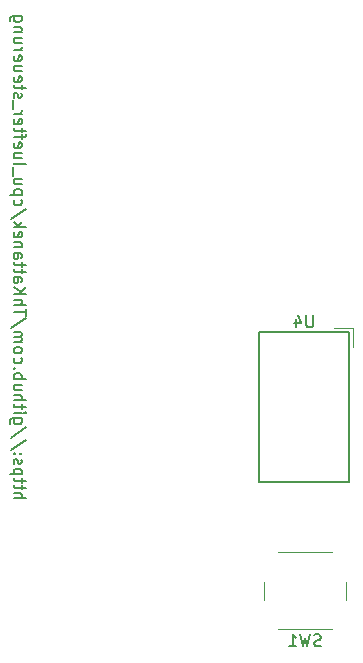
<source format=gbo>
G04 #@! TF.GenerationSoftware,KiCad,Pcbnew,5.1.2-f72e74a~84~ubuntu18.04.1*
G04 #@! TF.CreationDate,2019-06-13T20:11:50+02:00*
G04 #@! TF.ProjectId,cpu_luefter_ansteuerung,6370755f-6c75-4656-9674-65725f616e73,rev?*
G04 #@! TF.SameCoordinates,Original*
G04 #@! TF.FileFunction,Legend,Bot*
G04 #@! TF.FilePolarity,Positive*
%FSLAX46Y46*%
G04 Gerber Fmt 4.6, Leading zero omitted, Abs format (unit mm)*
G04 Created by KiCad (PCBNEW 5.1.2-f72e74a~84~ubuntu18.04.1) date 2019-06-13 20:11:50*
%MOMM*%
%LPD*%
G04 APERTURE LIST*
%ADD10C,0.200000*%
%ADD11C,0.150000*%
%ADD12C,0.120000*%
G04 APERTURE END LIST*
D10*
X103052619Y-125814761D02*
X104052619Y-125814761D01*
X103052619Y-125386190D02*
X103576428Y-125386190D01*
X103671666Y-125433809D01*
X103719285Y-125529047D01*
X103719285Y-125671904D01*
X103671666Y-125767142D01*
X103624047Y-125814761D01*
X103719285Y-125052857D02*
X103719285Y-124671904D01*
X104052619Y-124910000D02*
X103195476Y-124910000D01*
X103100238Y-124862380D01*
X103052619Y-124767142D01*
X103052619Y-124671904D01*
X103719285Y-124481428D02*
X103719285Y-124100476D01*
X104052619Y-124338571D02*
X103195476Y-124338571D01*
X103100238Y-124290952D01*
X103052619Y-124195714D01*
X103052619Y-124100476D01*
X103719285Y-123767142D02*
X102719285Y-123767142D01*
X103671666Y-123767142D02*
X103719285Y-123671904D01*
X103719285Y-123481428D01*
X103671666Y-123386190D01*
X103624047Y-123338571D01*
X103528809Y-123290952D01*
X103243095Y-123290952D01*
X103147857Y-123338571D01*
X103100238Y-123386190D01*
X103052619Y-123481428D01*
X103052619Y-123671904D01*
X103100238Y-123767142D01*
X103100238Y-122910000D02*
X103052619Y-122814761D01*
X103052619Y-122624285D01*
X103100238Y-122529047D01*
X103195476Y-122481428D01*
X103243095Y-122481428D01*
X103338333Y-122529047D01*
X103385952Y-122624285D01*
X103385952Y-122767142D01*
X103433571Y-122862380D01*
X103528809Y-122910000D01*
X103576428Y-122910000D01*
X103671666Y-122862380D01*
X103719285Y-122767142D01*
X103719285Y-122624285D01*
X103671666Y-122529047D01*
X103147857Y-122052857D02*
X103100238Y-122005238D01*
X103052619Y-122052857D01*
X103100238Y-122100476D01*
X103147857Y-122052857D01*
X103052619Y-122052857D01*
X103671666Y-122052857D02*
X103624047Y-122005238D01*
X103576428Y-122052857D01*
X103624047Y-122100476D01*
X103671666Y-122052857D01*
X103576428Y-122052857D01*
X104100238Y-120862380D02*
X102814523Y-121719523D01*
X104100238Y-119814761D02*
X102814523Y-120671904D01*
X103719285Y-119052857D02*
X102909761Y-119052857D01*
X102814523Y-119100476D01*
X102766904Y-119148095D01*
X102719285Y-119243333D01*
X102719285Y-119386190D01*
X102766904Y-119481428D01*
X103100238Y-119052857D02*
X103052619Y-119148095D01*
X103052619Y-119338571D01*
X103100238Y-119433809D01*
X103147857Y-119481428D01*
X103243095Y-119529047D01*
X103528809Y-119529047D01*
X103624047Y-119481428D01*
X103671666Y-119433809D01*
X103719285Y-119338571D01*
X103719285Y-119148095D01*
X103671666Y-119052857D01*
X103052619Y-118576666D02*
X103719285Y-118576666D01*
X104052619Y-118576666D02*
X104005000Y-118624285D01*
X103957380Y-118576666D01*
X104005000Y-118529047D01*
X104052619Y-118576666D01*
X103957380Y-118576666D01*
X103719285Y-118243333D02*
X103719285Y-117862380D01*
X104052619Y-118100476D02*
X103195476Y-118100476D01*
X103100238Y-118052857D01*
X103052619Y-117957619D01*
X103052619Y-117862380D01*
X103052619Y-117529047D02*
X104052619Y-117529047D01*
X103052619Y-117100476D02*
X103576428Y-117100476D01*
X103671666Y-117148095D01*
X103719285Y-117243333D01*
X103719285Y-117386190D01*
X103671666Y-117481428D01*
X103624047Y-117529047D01*
X103719285Y-116195714D02*
X103052619Y-116195714D01*
X103719285Y-116624285D02*
X103195476Y-116624285D01*
X103100238Y-116576666D01*
X103052619Y-116481428D01*
X103052619Y-116338571D01*
X103100238Y-116243333D01*
X103147857Y-116195714D01*
X103052619Y-115719523D02*
X104052619Y-115719523D01*
X103671666Y-115719523D02*
X103719285Y-115624285D01*
X103719285Y-115433809D01*
X103671666Y-115338571D01*
X103624047Y-115290952D01*
X103528809Y-115243333D01*
X103243095Y-115243333D01*
X103147857Y-115290952D01*
X103100238Y-115338571D01*
X103052619Y-115433809D01*
X103052619Y-115624285D01*
X103100238Y-115719523D01*
X103147857Y-114814761D02*
X103100238Y-114767142D01*
X103052619Y-114814761D01*
X103100238Y-114862380D01*
X103147857Y-114814761D01*
X103052619Y-114814761D01*
X103100238Y-113910000D02*
X103052619Y-114005238D01*
X103052619Y-114195714D01*
X103100238Y-114290952D01*
X103147857Y-114338571D01*
X103243095Y-114386190D01*
X103528809Y-114386190D01*
X103624047Y-114338571D01*
X103671666Y-114290952D01*
X103719285Y-114195714D01*
X103719285Y-114005238D01*
X103671666Y-113910000D01*
X103052619Y-113338571D02*
X103100238Y-113433809D01*
X103147857Y-113481428D01*
X103243095Y-113529047D01*
X103528809Y-113529047D01*
X103624047Y-113481428D01*
X103671666Y-113433809D01*
X103719285Y-113338571D01*
X103719285Y-113195714D01*
X103671666Y-113100476D01*
X103624047Y-113052857D01*
X103528809Y-113005238D01*
X103243095Y-113005238D01*
X103147857Y-113052857D01*
X103100238Y-113100476D01*
X103052619Y-113195714D01*
X103052619Y-113338571D01*
X103052619Y-112576666D02*
X103719285Y-112576666D01*
X103624047Y-112576666D02*
X103671666Y-112529047D01*
X103719285Y-112433809D01*
X103719285Y-112290952D01*
X103671666Y-112195714D01*
X103576428Y-112148095D01*
X103052619Y-112148095D01*
X103576428Y-112148095D02*
X103671666Y-112100476D01*
X103719285Y-112005238D01*
X103719285Y-111862380D01*
X103671666Y-111767142D01*
X103576428Y-111719523D01*
X103052619Y-111719523D01*
X104100238Y-110529047D02*
X102814523Y-111386190D01*
X104052619Y-110338571D02*
X104052619Y-109767142D01*
X103052619Y-110052857D02*
X104052619Y-110052857D01*
X103052619Y-109433809D02*
X104052619Y-109433809D01*
X103052619Y-109005238D02*
X103576428Y-109005238D01*
X103671666Y-109052857D01*
X103719285Y-109148095D01*
X103719285Y-109290952D01*
X103671666Y-109386190D01*
X103624047Y-109433809D01*
X103052619Y-108529047D02*
X104052619Y-108529047D01*
X103052619Y-107957619D02*
X103624047Y-108386190D01*
X104052619Y-107957619D02*
X103481190Y-108529047D01*
X103052619Y-107100476D02*
X103576428Y-107100476D01*
X103671666Y-107148095D01*
X103719285Y-107243333D01*
X103719285Y-107433809D01*
X103671666Y-107529047D01*
X103100238Y-107100476D02*
X103052619Y-107195714D01*
X103052619Y-107433809D01*
X103100238Y-107529047D01*
X103195476Y-107576666D01*
X103290714Y-107576666D01*
X103385952Y-107529047D01*
X103433571Y-107433809D01*
X103433571Y-107195714D01*
X103481190Y-107100476D01*
X103719285Y-106767142D02*
X103719285Y-106386190D01*
X104052619Y-106624285D02*
X103195476Y-106624285D01*
X103100238Y-106576666D01*
X103052619Y-106481428D01*
X103052619Y-106386190D01*
X103719285Y-106195714D02*
X103719285Y-105814761D01*
X104052619Y-106052857D02*
X103195476Y-106052857D01*
X103100238Y-106005238D01*
X103052619Y-105910000D01*
X103052619Y-105814761D01*
X103052619Y-105052857D02*
X103576428Y-105052857D01*
X103671666Y-105100476D01*
X103719285Y-105195714D01*
X103719285Y-105386190D01*
X103671666Y-105481428D01*
X103100238Y-105052857D02*
X103052619Y-105148095D01*
X103052619Y-105386190D01*
X103100238Y-105481428D01*
X103195476Y-105529047D01*
X103290714Y-105529047D01*
X103385952Y-105481428D01*
X103433571Y-105386190D01*
X103433571Y-105148095D01*
X103481190Y-105052857D01*
X103719285Y-104576666D02*
X103052619Y-104576666D01*
X103624047Y-104576666D02*
X103671666Y-104529047D01*
X103719285Y-104433809D01*
X103719285Y-104290952D01*
X103671666Y-104195714D01*
X103576428Y-104148095D01*
X103052619Y-104148095D01*
X103100238Y-103290952D02*
X103052619Y-103386190D01*
X103052619Y-103576666D01*
X103100238Y-103671904D01*
X103195476Y-103719523D01*
X103576428Y-103719523D01*
X103671666Y-103671904D01*
X103719285Y-103576666D01*
X103719285Y-103386190D01*
X103671666Y-103290952D01*
X103576428Y-103243333D01*
X103481190Y-103243333D01*
X103385952Y-103719523D01*
X103052619Y-102814761D02*
X104052619Y-102814761D01*
X103433571Y-102719523D02*
X103052619Y-102433809D01*
X103719285Y-102433809D02*
X103338333Y-102814761D01*
X104100238Y-101290952D02*
X102814523Y-102148095D01*
X103100238Y-100529047D02*
X103052619Y-100624285D01*
X103052619Y-100814761D01*
X103100238Y-100910000D01*
X103147857Y-100957619D01*
X103243095Y-101005238D01*
X103528809Y-101005238D01*
X103624047Y-100957619D01*
X103671666Y-100910000D01*
X103719285Y-100814761D01*
X103719285Y-100624285D01*
X103671666Y-100529047D01*
X103719285Y-100100476D02*
X102719285Y-100100476D01*
X103671666Y-100100476D02*
X103719285Y-100005238D01*
X103719285Y-99814761D01*
X103671666Y-99719523D01*
X103624047Y-99671904D01*
X103528809Y-99624285D01*
X103243095Y-99624285D01*
X103147857Y-99671904D01*
X103100238Y-99719523D01*
X103052619Y-99814761D01*
X103052619Y-100005238D01*
X103100238Y-100100476D01*
X103719285Y-98767142D02*
X103052619Y-98767142D01*
X103719285Y-99195714D02*
X103195476Y-99195714D01*
X103100238Y-99148095D01*
X103052619Y-99052857D01*
X103052619Y-98910000D01*
X103100238Y-98814761D01*
X103147857Y-98767142D01*
X102957380Y-98529047D02*
X102957380Y-97767142D01*
X103052619Y-97386190D02*
X103100238Y-97481428D01*
X103195476Y-97529047D01*
X104052619Y-97529047D01*
X103719285Y-96576666D02*
X103052619Y-96576666D01*
X103719285Y-97005238D02*
X103195476Y-97005238D01*
X103100238Y-96957619D01*
X103052619Y-96862380D01*
X103052619Y-96719523D01*
X103100238Y-96624285D01*
X103147857Y-96576666D01*
X103100238Y-95719523D02*
X103052619Y-95814761D01*
X103052619Y-96005238D01*
X103100238Y-96100476D01*
X103195476Y-96148095D01*
X103576428Y-96148095D01*
X103671666Y-96100476D01*
X103719285Y-96005238D01*
X103719285Y-95814761D01*
X103671666Y-95719523D01*
X103576428Y-95671904D01*
X103481190Y-95671904D01*
X103385952Y-96148095D01*
X103719285Y-95386190D02*
X103719285Y-95005238D01*
X103052619Y-95243333D02*
X103909761Y-95243333D01*
X104005000Y-95195714D01*
X104052619Y-95100476D01*
X104052619Y-95005238D01*
X103719285Y-94814761D02*
X103719285Y-94433809D01*
X104052619Y-94671904D02*
X103195476Y-94671904D01*
X103100238Y-94624285D01*
X103052619Y-94529047D01*
X103052619Y-94433809D01*
X103100238Y-93719523D02*
X103052619Y-93814761D01*
X103052619Y-94005238D01*
X103100238Y-94100476D01*
X103195476Y-94148095D01*
X103576428Y-94148095D01*
X103671666Y-94100476D01*
X103719285Y-94005238D01*
X103719285Y-93814761D01*
X103671666Y-93719523D01*
X103576428Y-93671904D01*
X103481190Y-93671904D01*
X103385952Y-94148095D01*
X103052619Y-93243333D02*
X103719285Y-93243333D01*
X103528809Y-93243333D02*
X103624047Y-93195714D01*
X103671666Y-93148095D01*
X103719285Y-93052857D01*
X103719285Y-92957619D01*
X102957380Y-92862380D02*
X102957380Y-92100476D01*
X103100238Y-91910000D02*
X103052619Y-91814761D01*
X103052619Y-91624285D01*
X103100238Y-91529047D01*
X103195476Y-91481428D01*
X103243095Y-91481428D01*
X103338333Y-91529047D01*
X103385952Y-91624285D01*
X103385952Y-91767142D01*
X103433571Y-91862380D01*
X103528809Y-91910000D01*
X103576428Y-91910000D01*
X103671666Y-91862380D01*
X103719285Y-91767142D01*
X103719285Y-91624285D01*
X103671666Y-91529047D01*
X103719285Y-91195714D02*
X103719285Y-90814761D01*
X104052619Y-91052857D02*
X103195476Y-91052857D01*
X103100238Y-91005238D01*
X103052619Y-90910000D01*
X103052619Y-90814761D01*
X103100238Y-90100476D02*
X103052619Y-90195714D01*
X103052619Y-90386190D01*
X103100238Y-90481428D01*
X103195476Y-90529047D01*
X103576428Y-90529047D01*
X103671666Y-90481428D01*
X103719285Y-90386190D01*
X103719285Y-90195714D01*
X103671666Y-90100476D01*
X103576428Y-90052857D01*
X103481190Y-90052857D01*
X103385952Y-90529047D01*
X103719285Y-89195714D02*
X103052619Y-89195714D01*
X103719285Y-89624285D02*
X103195476Y-89624285D01*
X103100238Y-89576666D01*
X103052619Y-89481428D01*
X103052619Y-89338571D01*
X103100238Y-89243333D01*
X103147857Y-89195714D01*
X103100238Y-88338571D02*
X103052619Y-88433809D01*
X103052619Y-88624285D01*
X103100238Y-88719523D01*
X103195476Y-88767142D01*
X103576428Y-88767142D01*
X103671666Y-88719523D01*
X103719285Y-88624285D01*
X103719285Y-88433809D01*
X103671666Y-88338571D01*
X103576428Y-88290952D01*
X103481190Y-88290952D01*
X103385952Y-88767142D01*
X103052619Y-87862380D02*
X103719285Y-87862380D01*
X103528809Y-87862380D02*
X103624047Y-87814761D01*
X103671666Y-87767142D01*
X103719285Y-87671904D01*
X103719285Y-87576666D01*
X103719285Y-86814761D02*
X103052619Y-86814761D01*
X103719285Y-87243333D02*
X103195476Y-87243333D01*
X103100238Y-87195714D01*
X103052619Y-87100476D01*
X103052619Y-86957619D01*
X103100238Y-86862380D01*
X103147857Y-86814761D01*
X103719285Y-86338571D02*
X103052619Y-86338571D01*
X103624047Y-86338571D02*
X103671666Y-86290952D01*
X103719285Y-86195714D01*
X103719285Y-86052857D01*
X103671666Y-85957619D01*
X103576428Y-85910000D01*
X103052619Y-85910000D01*
X103719285Y-85005238D02*
X102909761Y-85005238D01*
X102814523Y-85052857D01*
X102766904Y-85100476D01*
X102719285Y-85195714D01*
X102719285Y-85338571D01*
X102766904Y-85433809D01*
X103100238Y-85005238D02*
X103052619Y-85100476D01*
X103052619Y-85290952D01*
X103100238Y-85386190D01*
X103147857Y-85433809D01*
X103243095Y-85481428D01*
X103528809Y-85481428D01*
X103624047Y-85433809D01*
X103671666Y-85386190D01*
X103719285Y-85290952D01*
X103719285Y-85100476D01*
X103671666Y-85005238D01*
D11*
X123825000Y-111760000D02*
X131445000Y-111760000D01*
X131445000Y-111760000D02*
X131445000Y-124460000D01*
X131445000Y-124460000D02*
X123825000Y-124460000D01*
X123825000Y-124460000D02*
X123825000Y-111760000D01*
D12*
X131805000Y-113030000D02*
X131805000Y-111400000D01*
X131805000Y-111400000D02*
X130175000Y-111400000D01*
X125460000Y-130390000D02*
X129960000Y-130390000D01*
X124210000Y-134390000D02*
X124210000Y-132890000D01*
X129960000Y-136890000D02*
X125460000Y-136890000D01*
X131210000Y-132890000D02*
X131210000Y-134390000D01*
D11*
X128396904Y-110323380D02*
X128396904Y-111132904D01*
X128349285Y-111228142D01*
X128301666Y-111275761D01*
X128206428Y-111323380D01*
X128015952Y-111323380D01*
X127920714Y-111275761D01*
X127873095Y-111228142D01*
X127825476Y-111132904D01*
X127825476Y-110323380D01*
X126920714Y-110656714D02*
X126920714Y-111323380D01*
X127158809Y-110275761D02*
X127396904Y-110990047D01*
X126777857Y-110990047D01*
X129043333Y-138294761D02*
X128900476Y-138342380D01*
X128662380Y-138342380D01*
X128567142Y-138294761D01*
X128519523Y-138247142D01*
X128471904Y-138151904D01*
X128471904Y-138056666D01*
X128519523Y-137961428D01*
X128567142Y-137913809D01*
X128662380Y-137866190D01*
X128852857Y-137818571D01*
X128948095Y-137770952D01*
X128995714Y-137723333D01*
X129043333Y-137628095D01*
X129043333Y-137532857D01*
X128995714Y-137437619D01*
X128948095Y-137390000D01*
X128852857Y-137342380D01*
X128614761Y-137342380D01*
X128471904Y-137390000D01*
X128138571Y-137342380D02*
X127900476Y-138342380D01*
X127710000Y-137628095D01*
X127519523Y-138342380D01*
X127281428Y-137342380D01*
X126376666Y-138342380D02*
X126948095Y-138342380D01*
X126662380Y-138342380D02*
X126662380Y-137342380D01*
X126757619Y-137485238D01*
X126852857Y-137580476D01*
X126948095Y-137628095D01*
M02*

</source>
